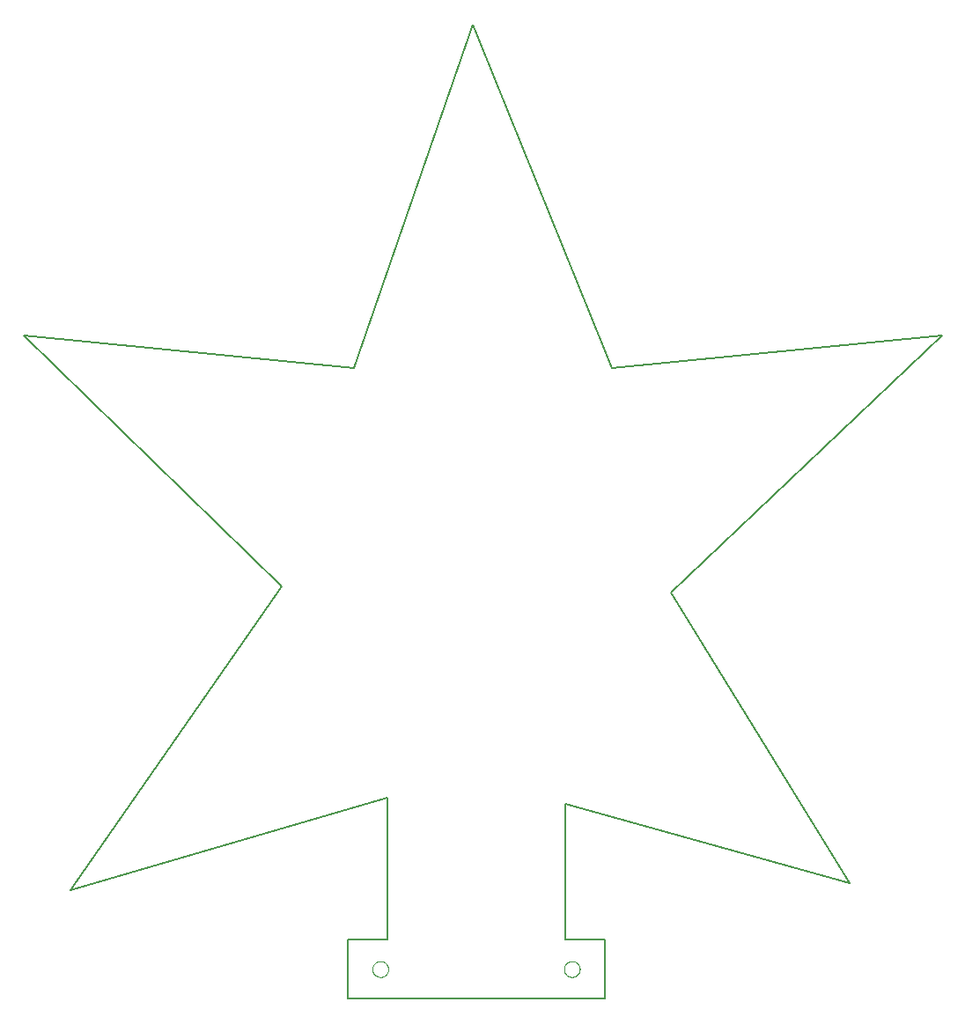
<source format=gbp>
G75*
%MOIN*%
%OFA0B0*%
%FSLAX25Y25*%
%IPPOS*%
%LPD*%
%AMOC8*
5,1,8,0,0,1.08239X$1,22.5*
%
%ADD10C,0.00600*%
%ADD11C,0.00000*%
D10*
X0018800Y0042550D02*
X0138800Y0077550D01*
X0138800Y0023800D01*
X0123800Y0023800D01*
X0123800Y0001300D01*
X0221300Y0001300D01*
X0221300Y0023800D01*
X0206300Y0023800D01*
X0206300Y0075050D01*
X0313800Y0045050D01*
X0246300Y0155050D01*
X0348800Y0252550D01*
X0223800Y0240050D01*
X0171300Y0370050D01*
X0126300Y0240050D01*
X0001300Y0252550D01*
X0098800Y0157550D01*
X0018800Y0042550D01*
D11*
X0133300Y0012550D02*
X0133302Y0012659D01*
X0133308Y0012768D01*
X0133318Y0012876D01*
X0133332Y0012984D01*
X0133349Y0013092D01*
X0133371Y0013199D01*
X0133396Y0013305D01*
X0133426Y0013409D01*
X0133459Y0013513D01*
X0133496Y0013616D01*
X0133536Y0013717D01*
X0133580Y0013816D01*
X0133628Y0013914D01*
X0133680Y0014011D01*
X0133734Y0014105D01*
X0133792Y0014197D01*
X0133854Y0014287D01*
X0133919Y0014374D01*
X0133986Y0014460D01*
X0134057Y0014543D01*
X0134131Y0014623D01*
X0134208Y0014700D01*
X0134287Y0014775D01*
X0134369Y0014846D01*
X0134454Y0014915D01*
X0134541Y0014980D01*
X0134630Y0015043D01*
X0134722Y0015101D01*
X0134816Y0015157D01*
X0134911Y0015209D01*
X0135009Y0015258D01*
X0135108Y0015303D01*
X0135209Y0015345D01*
X0135311Y0015382D01*
X0135414Y0015416D01*
X0135519Y0015447D01*
X0135625Y0015473D01*
X0135731Y0015496D01*
X0135839Y0015514D01*
X0135947Y0015529D01*
X0136055Y0015540D01*
X0136164Y0015547D01*
X0136273Y0015550D01*
X0136382Y0015549D01*
X0136491Y0015544D01*
X0136599Y0015535D01*
X0136707Y0015522D01*
X0136815Y0015505D01*
X0136922Y0015485D01*
X0137028Y0015460D01*
X0137133Y0015432D01*
X0137237Y0015400D01*
X0137340Y0015364D01*
X0137442Y0015324D01*
X0137542Y0015281D01*
X0137640Y0015234D01*
X0137737Y0015184D01*
X0137831Y0015130D01*
X0137924Y0015072D01*
X0138015Y0015012D01*
X0138103Y0014948D01*
X0138189Y0014881D01*
X0138272Y0014811D01*
X0138353Y0014738D01*
X0138431Y0014662D01*
X0138506Y0014583D01*
X0138579Y0014501D01*
X0138648Y0014417D01*
X0138714Y0014331D01*
X0138777Y0014242D01*
X0138837Y0014151D01*
X0138894Y0014058D01*
X0138947Y0013963D01*
X0138996Y0013866D01*
X0139042Y0013767D01*
X0139084Y0013667D01*
X0139123Y0013565D01*
X0139158Y0013461D01*
X0139189Y0013357D01*
X0139217Y0013252D01*
X0139240Y0013145D01*
X0139260Y0013038D01*
X0139276Y0012930D01*
X0139288Y0012822D01*
X0139296Y0012713D01*
X0139300Y0012604D01*
X0139300Y0012496D01*
X0139296Y0012387D01*
X0139288Y0012278D01*
X0139276Y0012170D01*
X0139260Y0012062D01*
X0139240Y0011955D01*
X0139217Y0011848D01*
X0139189Y0011743D01*
X0139158Y0011639D01*
X0139123Y0011535D01*
X0139084Y0011433D01*
X0139042Y0011333D01*
X0138996Y0011234D01*
X0138947Y0011137D01*
X0138894Y0011042D01*
X0138837Y0010949D01*
X0138777Y0010858D01*
X0138714Y0010769D01*
X0138648Y0010683D01*
X0138579Y0010599D01*
X0138506Y0010517D01*
X0138431Y0010438D01*
X0138353Y0010362D01*
X0138272Y0010289D01*
X0138189Y0010219D01*
X0138103Y0010152D01*
X0138015Y0010088D01*
X0137924Y0010028D01*
X0137831Y0009970D01*
X0137737Y0009916D01*
X0137640Y0009866D01*
X0137542Y0009819D01*
X0137442Y0009776D01*
X0137340Y0009736D01*
X0137237Y0009700D01*
X0137133Y0009668D01*
X0137028Y0009640D01*
X0136922Y0009615D01*
X0136815Y0009595D01*
X0136707Y0009578D01*
X0136599Y0009565D01*
X0136491Y0009556D01*
X0136382Y0009551D01*
X0136273Y0009550D01*
X0136164Y0009553D01*
X0136055Y0009560D01*
X0135947Y0009571D01*
X0135839Y0009586D01*
X0135731Y0009604D01*
X0135625Y0009627D01*
X0135519Y0009653D01*
X0135414Y0009684D01*
X0135311Y0009718D01*
X0135209Y0009755D01*
X0135108Y0009797D01*
X0135009Y0009842D01*
X0134911Y0009891D01*
X0134816Y0009943D01*
X0134722Y0009999D01*
X0134630Y0010057D01*
X0134541Y0010120D01*
X0134454Y0010185D01*
X0134369Y0010254D01*
X0134287Y0010325D01*
X0134208Y0010400D01*
X0134131Y0010477D01*
X0134057Y0010557D01*
X0133986Y0010640D01*
X0133919Y0010726D01*
X0133854Y0010813D01*
X0133792Y0010903D01*
X0133734Y0010995D01*
X0133680Y0011089D01*
X0133628Y0011186D01*
X0133580Y0011284D01*
X0133536Y0011383D01*
X0133496Y0011484D01*
X0133459Y0011587D01*
X0133426Y0011691D01*
X0133396Y0011795D01*
X0133371Y0011901D01*
X0133349Y0012008D01*
X0133332Y0012116D01*
X0133318Y0012224D01*
X0133308Y0012332D01*
X0133302Y0012441D01*
X0133300Y0012550D01*
X0205800Y0012550D02*
X0205802Y0012659D01*
X0205808Y0012768D01*
X0205818Y0012876D01*
X0205832Y0012984D01*
X0205849Y0013092D01*
X0205871Y0013199D01*
X0205896Y0013305D01*
X0205926Y0013409D01*
X0205959Y0013513D01*
X0205996Y0013616D01*
X0206036Y0013717D01*
X0206080Y0013816D01*
X0206128Y0013914D01*
X0206180Y0014011D01*
X0206234Y0014105D01*
X0206292Y0014197D01*
X0206354Y0014287D01*
X0206419Y0014374D01*
X0206486Y0014460D01*
X0206557Y0014543D01*
X0206631Y0014623D01*
X0206708Y0014700D01*
X0206787Y0014775D01*
X0206869Y0014846D01*
X0206954Y0014915D01*
X0207041Y0014980D01*
X0207130Y0015043D01*
X0207222Y0015101D01*
X0207316Y0015157D01*
X0207411Y0015209D01*
X0207509Y0015258D01*
X0207608Y0015303D01*
X0207709Y0015345D01*
X0207811Y0015382D01*
X0207914Y0015416D01*
X0208019Y0015447D01*
X0208125Y0015473D01*
X0208231Y0015496D01*
X0208339Y0015514D01*
X0208447Y0015529D01*
X0208555Y0015540D01*
X0208664Y0015547D01*
X0208773Y0015550D01*
X0208882Y0015549D01*
X0208991Y0015544D01*
X0209099Y0015535D01*
X0209207Y0015522D01*
X0209315Y0015505D01*
X0209422Y0015485D01*
X0209528Y0015460D01*
X0209633Y0015432D01*
X0209737Y0015400D01*
X0209840Y0015364D01*
X0209942Y0015324D01*
X0210042Y0015281D01*
X0210140Y0015234D01*
X0210237Y0015184D01*
X0210331Y0015130D01*
X0210424Y0015072D01*
X0210515Y0015012D01*
X0210603Y0014948D01*
X0210689Y0014881D01*
X0210772Y0014811D01*
X0210853Y0014738D01*
X0210931Y0014662D01*
X0211006Y0014583D01*
X0211079Y0014501D01*
X0211148Y0014417D01*
X0211214Y0014331D01*
X0211277Y0014242D01*
X0211337Y0014151D01*
X0211394Y0014058D01*
X0211447Y0013963D01*
X0211496Y0013866D01*
X0211542Y0013767D01*
X0211584Y0013667D01*
X0211623Y0013565D01*
X0211658Y0013461D01*
X0211689Y0013357D01*
X0211717Y0013252D01*
X0211740Y0013145D01*
X0211760Y0013038D01*
X0211776Y0012930D01*
X0211788Y0012822D01*
X0211796Y0012713D01*
X0211800Y0012604D01*
X0211800Y0012496D01*
X0211796Y0012387D01*
X0211788Y0012278D01*
X0211776Y0012170D01*
X0211760Y0012062D01*
X0211740Y0011955D01*
X0211717Y0011848D01*
X0211689Y0011743D01*
X0211658Y0011639D01*
X0211623Y0011535D01*
X0211584Y0011433D01*
X0211542Y0011333D01*
X0211496Y0011234D01*
X0211447Y0011137D01*
X0211394Y0011042D01*
X0211337Y0010949D01*
X0211277Y0010858D01*
X0211214Y0010769D01*
X0211148Y0010683D01*
X0211079Y0010599D01*
X0211006Y0010517D01*
X0210931Y0010438D01*
X0210853Y0010362D01*
X0210772Y0010289D01*
X0210689Y0010219D01*
X0210603Y0010152D01*
X0210515Y0010088D01*
X0210424Y0010028D01*
X0210331Y0009970D01*
X0210237Y0009916D01*
X0210140Y0009866D01*
X0210042Y0009819D01*
X0209942Y0009776D01*
X0209840Y0009736D01*
X0209737Y0009700D01*
X0209633Y0009668D01*
X0209528Y0009640D01*
X0209422Y0009615D01*
X0209315Y0009595D01*
X0209207Y0009578D01*
X0209099Y0009565D01*
X0208991Y0009556D01*
X0208882Y0009551D01*
X0208773Y0009550D01*
X0208664Y0009553D01*
X0208555Y0009560D01*
X0208447Y0009571D01*
X0208339Y0009586D01*
X0208231Y0009604D01*
X0208125Y0009627D01*
X0208019Y0009653D01*
X0207914Y0009684D01*
X0207811Y0009718D01*
X0207709Y0009755D01*
X0207608Y0009797D01*
X0207509Y0009842D01*
X0207411Y0009891D01*
X0207316Y0009943D01*
X0207222Y0009999D01*
X0207130Y0010057D01*
X0207041Y0010120D01*
X0206954Y0010185D01*
X0206869Y0010254D01*
X0206787Y0010325D01*
X0206708Y0010400D01*
X0206631Y0010477D01*
X0206557Y0010557D01*
X0206486Y0010640D01*
X0206419Y0010726D01*
X0206354Y0010813D01*
X0206292Y0010903D01*
X0206234Y0010995D01*
X0206180Y0011089D01*
X0206128Y0011186D01*
X0206080Y0011284D01*
X0206036Y0011383D01*
X0205996Y0011484D01*
X0205959Y0011587D01*
X0205926Y0011691D01*
X0205896Y0011795D01*
X0205871Y0011901D01*
X0205849Y0012008D01*
X0205832Y0012116D01*
X0205818Y0012224D01*
X0205808Y0012332D01*
X0205802Y0012441D01*
X0205800Y0012550D01*
M02*

</source>
